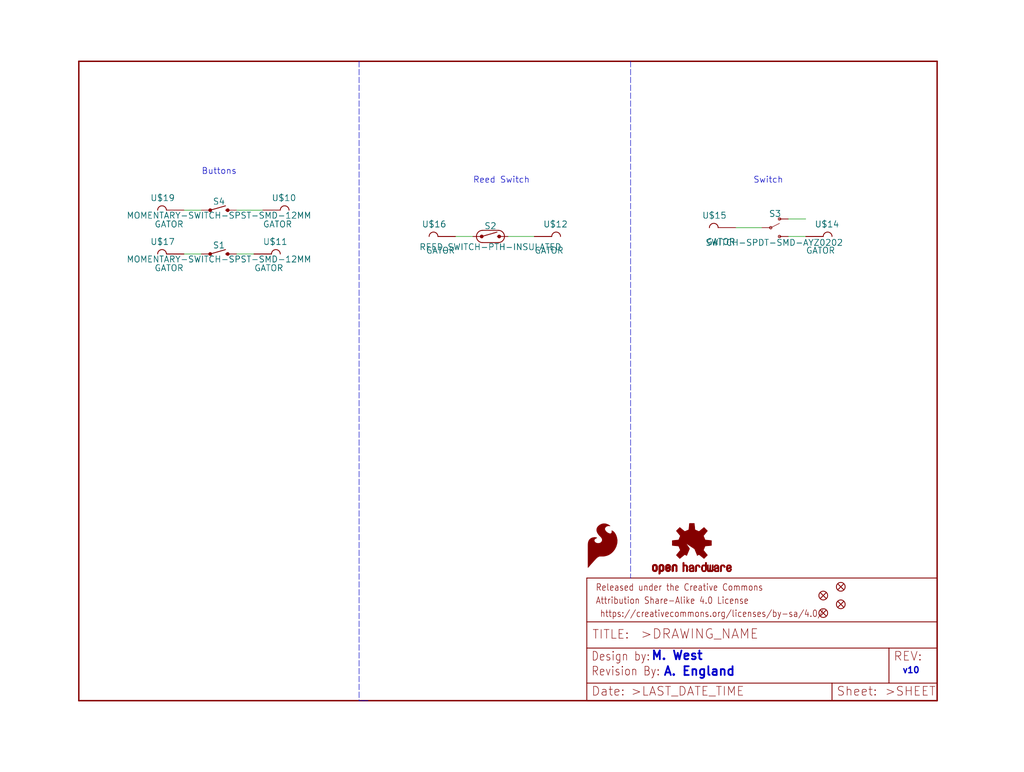
<source format=kicad_sch>
(kicad_sch (version 20211123) (generator eeschema)
  (paper "User" 297.002 223.926)
  (lib_symbols
    (symbol "schematicEagle-eagle-import:FIDUCIALUFIDUCIAL")
    (symbol "schematicEagle-eagle-import:FRAME-LETTER"
      (symbol "FRAME-LETTER_2_0"
        (text " https://creativecommons.org/licenses/by-sa/4.0/" (at 2.54 24.13 0) (effects (font (size 1.9304 1.6408)) (justify left bottom)))
        (text ">DRAWING_NAME" (at 15.494 17.78 0) (effects (font (size 2.7432 2.7432)) (justify left bottom)))
        (text ">LAST_DATE_TIME" (at 12.7 1.27 0) (effects (font (size 2.54 2.54)) (justify left bottom)))
        (text ">SHEET" (at 86.36 1.27 0) (effects (font (size 2.54 2.54)) (justify left bottom)))
        (text "Attribution Share-Alike 4.0 License" (at 2.54 27.94 0) (effects (font (size 1.9304 1.6408)) (justify left bottom)))
        (text "Date:" (at 1.27 1.27 0) (effects (font (size 2.54 2.54)) (justify left bottom)))
        (text "Design by:" (at 1.27 11.43 0) (effects (font (size 2.54 2.159)) (justify left bottom)))
        (text "Released under the Creative Commons" (at 2.54 31.75 0) (effects (font (size 1.9304 1.6408)) (justify left bottom)))
        (text "REV:" (at 88.9 11.43 0) (effects (font (size 2.54 2.54)) (justify left bottom)))
        (text "Sheet:" (at 72.39 1.27 0) (effects (font (size 2.54 2.54)) (justify left bottom)))
        (text "TITLE:" (at 1.524 17.78 0) (effects (font (size 2.54 2.54)) (justify left bottom)))
      )
    )
    (symbol "schematicEagle-eagle-import:GATOR"
      (property "Reference" "J" (at 0 2.54 0))
      (property "Value" "GATOR" (at -2.54 -5.08 0))
      (symbol "GATOR_1_0"
        (pin bidirectional line (at -2.54 0 0) (length 5.08) (name "P$1") (number "P$1"))
        (pin bidirectional line (at -2.54 0 0) (length 5.08) (name "P$1") (number "P$2"))
      )
    )
    (symbol "schematicEagle-eagle-import:MOMENTARY-SWITCH-SPST-SMD-12MM"
      (property "Reference" "S" (at 0 1.524 0))
      (property "Value" "MOMENTARY-SWITCH-SPST-SMD-12MM" (at 0 -0.508 0))
      (symbol "MOMENTARY-SWITCH-SPST-SMD-12MM_1_0"
        (pin passive line (at -5.08 0 0) (length 2.54) (name "1") (number "1"))
        (pin passive line (at 5.08 0 180) (length 2.54) (name "2") (number "3"))
      )
    )
    (symbol "schematicEagle-eagle-import:OSHW-LOGOS")
    (symbol "schematicEagle-eagle-import:REED_SWITCH-PTH-INSULATED"
      (property "Reference" "S" (at 0 2.032 0))
      (property "Value" "REED_SWITCH-PTH-INSULATED" (at 0 -2.032 0))
      (symbol "REED_SWITCH-PTH-INSULATED_1_0"
        (pin passive line (at -5.08 0 0) (length 2.54) (name "1") (number "P$1"))
        (pin passive line (at 5.08 0 180) (length 2.54) (name "2") (number "P$2"))
      )
    )
    (symbol "schematicEagle-eagle-import:REVISION"
      (symbol "REVISION_1_0"
        (text "Revision By: " (at 0 0 0) (effects (font (size 2.54 2.159)) (justify left bottom)))
      )
    )
    (symbol "schematicEagle-eagle-import:SFE_LOGO_FLAME.1_INCH")
    (symbol "schematicEagle-eagle-import:SWITCH-SPDT-SMD-AYZ0202"
      (property "Reference" "S" (at 1.27 3.048 0))
      (property "Value" "SWITCH-SPDT-SMD-AYZ0202" (at 1.016 -3.302 0))
      (symbol "SWITCH-SPDT-SMD-AYZ0202_1_0"
        (pin passive line (at 5.08 2.54 180) (length 2.54) (name "O") (number "1"))
        (pin passive line (at -2.54 0 0) (length 2.54) (name "P") (number "2"))
        (pin passive line (at 5.08 -2.54 180) (length 2.54) (name "S") (number "3"))
      )
    )
  )
  (wire (pts (xy 228.6 68.58) (xy 233.68 68.58)))
  (wire (pts (xy 220.98 66.04) (xy 213.36 66.04)))
  (wire (pts (xy 58.42 73.66) (xy 53.34 73.66)))
  (wire (pts (xy 228.6 63.5) (xy 233.68 63.5)))
  (wire (pts (xy 68.58 60.96) (xy 76.2 60.96)))
  (polyline (pts (xy 182.88 17.78) (xy 182.88 167.64)))
  (polyline (pts (xy 104.14 203.2) (xy 106.68 203.2)))
  (polyline (pts (xy 104.14 17.78) (xy 104.14 203.2)))
  (wire (pts (xy 137.16 68.58) (xy 132.08 68.58)))
  (polyline (pts (xy 106.68 203.2) (xy 104.14 203.2)))
  (wire (pts (xy 68.58 73.66) (xy 73.66 73.66)))
  (wire (pts (xy 58.42 60.96) (xy 53.34 60.96)))
  (wire (pts (xy 147.32 68.58) (xy 154.94 68.58)))
  (text "M. West" (at 188.722 191.77 180) (effects (font (size 2.54 2.54) (thickness 0.508) bold) (justify left bottom)))
  (text "v10" (at 261.62 195.58 180) (effects (font (size 1.778 1.778) (thickness 0.3556) bold) (justify left bottom)))
  (text "Reed Switch" (at 137.16 53.34 180) (effects (font (size 1.778 1.778)) (justify left bottom)))
  (text "Switch" (at 218.44 53.34 180) (effects (font (size 1.778 1.778)) (justify left bottom)))
  (text "Buttons" (at 58.42 50.8 180) (effects (font (size 1.778 1.778)) (justify left bottom)))
  (text "A. England" (at 192.278 196.342 180) (effects (font (size 2.54 2.54) (thickness 0.508) bold) (justify left bottom)))
  (symbol (lib_id "schematicEagle-eagle-import:GATOR") (at 129.54 68.58 0) (mirror y) (unit 1)
    (property "Reference" "U$16" (at 129.54 66.04 0) (effects (font (size 1.778 1.778)) (justify left bottom)))
    (property "Value" "GATOR" (at 132.08 73.66 0) (effects (font (size 1.778 1.778)) (justify left bottom)))
    (property "Footprint" "schematicEagle:GATOR" (effects hide))
  )
  (symbol (lib_id "schematicEagle-eagle-import:GATOR") (at 78.74 60.96 0) (unit 1)
    (property "Reference" "U$10" (at 78.74 58.42 0) (effects (font (size 1.778 1.778)) (justify left bottom)))
    (property "Value" "GATOR" (at 76.2 66.04 0) (effects (font (size 1.778 1.778)) (justify left bottom)))
    (property "Footprint" "schematicEagle:GATOR" (effects hide))
  )
  (symbol (lib_id "schematicEagle-eagle-import:FIDUCIALUFIDUCIAL") (at 243.84 170.18 0) (unit 1)
    (property "Reference" "FD3" (effects hide))
    (property "Value" "FIDUCIALUFIDUCIAL" (effects hide))
    (property "Footprint" "schematicEagle:FIDUCIAL-MICRO" (effects hide))
  )
  (symbol (lib_id "schematicEagle-eagle-import:FIDUCIALUFIDUCIAL") (at 238.76 172.72 0) (unit 1)
    (property "Reference" "FD1" (effects hide))
    (property "Value" "FIDUCIALUFIDUCIAL" (effects hide))
    (property "Footprint" "schematicEagle:FIDUCIAL-MICRO" (effects hide))
  )
  (symbol (lib_id "schematicEagle-eagle-import:GATOR") (at 236.22 68.58 0) (unit 1)
    (property "Reference" "U$14" (at 236.22 66.04 0) (effects (font (size 1.778 1.778)) (justify left bottom)))
    (property "Value" "GATOR" (at 233.68 73.66 0) (effects (font (size 1.778 1.778)) (justify left bottom)))
    (property "Footprint" "schematicEagle:GATOR" (effects hide))
  )
  (symbol (lib_id "schematicEagle-eagle-import:FIDUCIALUFIDUCIAL") (at 238.76 177.8 0) (unit 1)
    (property "Reference" "FD2" (effects hide))
    (property "Value" "FIDUCIALUFIDUCIAL" (effects hide))
    (property "Footprint" "schematicEagle:FIDUCIAL-MICRO" (effects hide))
  )
  (symbol (lib_id "schematicEagle-eagle-import:GATOR") (at 50.8 73.66 0) (mirror y) (unit 1)
    (property "Reference" "U$17" (at 50.8 71.12 0) (effects (font (size 1.778 1.778)) (justify left bottom)))
    (property "Value" "GATOR" (at 53.34 78.74 0) (effects (font (size 1.778 1.778)) (justify left bottom)))
    (property "Footprint" "schematicEagle:GATOR" (effects hide))
  )
  (symbol (lib_id "schematicEagle-eagle-import:FRAME-LETTER") (at 170.18 203.2 0) (unit 2)
    (property "Reference" "FRAME1" (effects hide))
    (property "Value" "FRAME-LETTER" (effects hide))
    (property "Footprint" "schematicEagle:CREATIVE_COMMONS" (effects hide))
  )
  (symbol (lib_id "schematicEagle-eagle-import:REVISION") (at 171.45 196.088 0) (unit 1)
    (property "Reference" "LOGO9" (effects hide))
    (property "Value" "REVISION" (effects hide))
    (property "Footprint" "schematicEagle:REVISION" (effects hide))
  )
  (symbol (lib_id "schematicEagle-eagle-import:GATOR") (at 210.82 66.04 0) (mirror y) (unit 1)
    (property "Reference" "U$15" (at 210.82 63.5 0) (effects (font (size 1.778 1.778)) (justify left bottom)))
    (property "Value" "GATOR" (at 213.36 71.12 0) (effects (font (size 1.778 1.778)) (justify left bottom)))
    (property "Footprint" "schematicEagle:GATOR" (effects hide))
  )
  (symbol (lib_id "schematicEagle-eagle-import:MOMENTARY-SWITCH-SPST-SMD-12MM") (at 63.5 60.96 0) (unit 1)
    (property "Reference" "S4" (at 63.5 59.436 0) (effects (font (size 1.778 1.778)) (justify bottom)))
    (property "Value" "MOMENTARY-SWITCH-SPST-SMD-12MM" (at 63.5 61.468 0) (effects (font (size 1.778 1.778)) (justify top)))
    (property "Footprint" "schematicEagle:TACTILE_SWITCH_SMD_12MM" (effects hide))
  )
  (symbol (lib_id "schematicEagle-eagle-import:GATOR") (at 76.2 73.66 0) (unit 1)
    (property "Reference" "U$11" (at 76.2 71.12 0) (effects (font (size 1.778 1.778)) (justify left bottom)))
    (property "Value" "GATOR" (at 73.66 78.74 0) (effects (font (size 1.778 1.778)) (justify left bottom)))
    (property "Footprint" "schematicEagle:GATOR" (effects hide))
  )
  (symbol (lib_id "schematicEagle-eagle-import:FRAME-LETTER") (at 22.86 203.2 0) (unit 1)
    (property "Reference" "FRAME1" (effects hide))
    (property "Value" "FRAME-LETTER" (effects hide))
    (property "Footprint" "schematicEagle:CREATIVE_COMMONS" (effects hide))
  )
  (symbol (lib_id "schematicEagle-eagle-import:GATOR") (at 157.48 68.58 0) (unit 1)
    (property "Reference" "U$12" (at 157.48 66.04 0) (effects (font (size 1.778 1.778)) (justify left bottom)))
    (property "Value" "GATOR" (at 154.94 73.66 0) (effects (font (size 1.778 1.778)) (justify left bottom)))
    (property "Footprint" "schematicEagle:GATOR" (effects hide))
  )
  (symbol (lib_id "schematicEagle-eagle-import:GATOR") (at 50.8 60.96 0) (mirror y) (unit 1)
    (property "Reference" "U$19" (at 50.8 58.42 0) (effects (font (size 1.778 1.778)) (justify left bottom)))
    (property "Value" "GATOR" (at 53.34 66.04 0) (effects (font (size 1.778 1.778)) (justify left bottom)))
    (property "Footprint" "schematicEagle:GATOR" (effects hide))
  )
  (symbol (lib_id "schematicEagle-eagle-import:FIDUCIALUFIDUCIAL") (at 243.84 175.26 0) (unit 1)
    (property "Reference" "FD4" (effects hide))
    (property "Value" "FIDUCIALUFIDUCIAL" (effects hide))
    (property "Footprint" "schematicEagle:FIDUCIAL-MICRO" (effects hide))
  )
  (symbol (lib_id "schematicEagle-eagle-import:REED_SWITCH-PTH-INSULATED") (at 142.24 68.58 0) (unit 1)
    (property "Reference" "S2" (at 142.24 66.548 0) (effects (font (size 1.778 1.778)) (justify bottom)))
    (property "Value" "REED_SWITCH-PTH-INSULATED" (at 142.24 70.612 0) (effects (font (size 1.778 1.778)) (justify top)))
    (property "Footprint" "schematicEagle:REED_SWITCH_PLASTIC" (effects hide))
  )
  (symbol (lib_id "schematicEagle-eagle-import:SWITCH-SPDT-SMD-AYZ0202") (at 223.52 66.04 0) (unit 1)
    (property "Reference" "S3" (at 224.79 62.992 0) (effects (font (size 1.778 1.778)) (justify bottom)))
    (property "Value" "SWITCH-SPDT-SMD-AYZ0202" (at 224.536 69.342 0) (effects (font (size 1.778 1.778)) (justify top)))
    (property "Footprint" "schematicEagle:SWITCH_DPDT_SMD_AYZ0202" (effects hide))
  )
  (symbol (lib_id "schematicEagle-eagle-import:OSHW-LOGOS") (at 200.66 157.48 0) (unit 1)
    (property "Reference" "LOGO2" (effects hide))
    (property "Value" "OSHW-LOGOS" (effects hide))
    (property "Footprint" "schematicEagle:OSHW-LOGO-S" (effects hide))
  )
  (symbol (lib_id "schematicEagle-eagle-import:SFE_LOGO_FLAME.1_INCH") (at 170.18 165.1 0) (unit 1)
    (property "Reference" "LOGO1" (effects hide))
    (property "Value" "SFE_LOGO_FLAME.1_INCH" (effects hide))
    (property "Footprint" "schematicEagle:SFE_LOGO_FLAME_.1" (effects hide))
  )
  (symbol (lib_id "schematicEagle-eagle-import:MOMENTARY-SWITCH-SPST-SMD-12MM") (at 63.5 73.66 0) (unit 1)
    (property "Reference" "S1" (at 63.5 72.136 0) (effects (font (size 1.778 1.778)) (justify bottom)))
    (property "Value" "MOMENTARY-SWITCH-SPST-SMD-12MM" (at 63.5 74.168 0) (effects (font (size 1.778 1.778)) (justify top)))
    (property "Footprint" "schematicEagle:TACTILE_SWITCH_SMD_12MM" (effects hide))
  )
)
</source>
